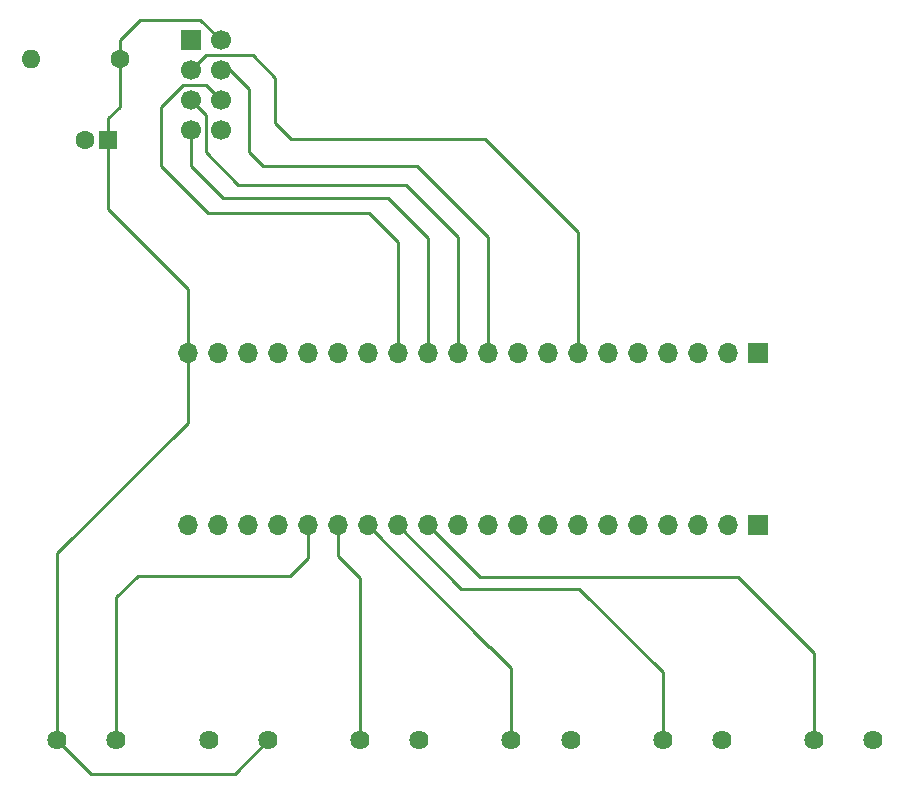
<source format=gbr>
%TF.GenerationSoftware,KiCad,Pcbnew,7.0.9*%
%TF.CreationDate,2024-01-03T00:41:17+02:00*%
%TF.ProjectId,PCB,5043422e-6b69-4636-9164-5f7063625858,rev?*%
%TF.SameCoordinates,Original*%
%TF.FileFunction,Copper,L1,Top*%
%TF.FilePolarity,Positive*%
%FSLAX46Y46*%
G04 Gerber Fmt 4.6, Leading zero omitted, Abs format (unit mm)*
G04 Created by KiCad (PCBNEW 7.0.9) date 2024-01-03 00:41:17*
%MOMM*%
%LPD*%
G01*
G04 APERTURE LIST*
%TA.AperFunction,ComponentPad*%
%ADD10C,1.625600*%
%TD*%
%TA.AperFunction,ComponentPad*%
%ADD11C,1.600000*%
%TD*%
%TA.AperFunction,ComponentPad*%
%ADD12O,1.600000X1.600000*%
%TD*%
%TA.AperFunction,ComponentPad*%
%ADD13O,1.700000X1.700000*%
%TD*%
%TA.AperFunction,ComponentPad*%
%ADD14R,1.700000X1.700000*%
%TD*%
%TA.AperFunction,ComponentPad*%
%ADD15C,1.700000*%
%TD*%
%TA.AperFunction,ComponentPad*%
%ADD16R,1.600000X1.600000*%
%TD*%
%TA.AperFunction,Conductor*%
%ADD17C,0.250000*%
%TD*%
G04 APERTURE END LIST*
D10*
%TO.P,J1,1,1*%
%TO.N,WEAPON*%
X222790000Y-143810000D03*
%TO.P,J1,2,2*%
%TO.N,GND*%
X227790000Y-143810000D03*
%TD*%
%TO.P,J4,1,1*%
%TO.N,+3.3V*%
X158730000Y-143810000D03*
%TO.P,J4,2,2*%
%TO.N,LEFT*%
X163730000Y-143810000D03*
%TD*%
D11*
%TO.P,C1,1*%
%TO.N,+3.3V*%
X163990000Y-86120000D03*
D12*
%TO.P,C1,2*%
%TO.N,GND*%
X156490000Y-86120000D03*
%TD*%
D10*
%TO.P,J5,1,1*%
%TO.N,GND*%
X171545100Y-143810000D03*
%TO.P,J5,2,2*%
%TO.N,+3.3V*%
X176545100Y-143810000D03*
%TD*%
%TO.P,J2,1,1*%
%TO.N,HAND_UP*%
X209980000Y-143810000D03*
%TO.P,J2,2,2*%
%TO.N,GND*%
X214980000Y-143810000D03*
%TD*%
D13*
%TO.P,U1,1,VBAT*%
%TO.N,unconnected-(U1-VBAT-Pad1)*%
X169790000Y-125610000D03*
%TO.P,U1,2,PC13*%
%TO.N,unconnected-(U1-PC13-Pad2)*%
X172330000Y-125610000D03*
%TO.P,U1,3,PC14*%
%TO.N,unconnected-(U1-PC14-Pad3)*%
X174870000Y-125610000D03*
%TO.P,U1,3v,3V3*%
%TO.N,+3.3V*%
X169790000Y-111035000D03*
X212970000Y-125610000D03*
%TO.P,U1,4,PC15*%
%TO.N,unconnected-(U1-PC15-Pad4)*%
X177410000Y-125610000D03*
%TO.P,U1,5v,5V*%
%TO.N,+5V*%
X174870000Y-111035000D03*
%TO.P,U1,7,NRST*%
%TO.N,unconnected-(U1-NRST-Pad7)*%
X210430000Y-125610000D03*
%TO.P,U1,10,PA0*%
%TO.N,LEFT*%
X179950000Y-125610000D03*
%TO.P,U1,11,PA1*%
%TO.N,RIGHT*%
X182490000Y-125610000D03*
%TO.P,U1,12,PA2*%
%TO.N,HAND_DOWN*%
X185030000Y-125610000D03*
%TO.P,U1,13,PA3*%
%TO.N,HAND_UP*%
X187570000Y-125610000D03*
%TO.P,U1,14,PA4*%
%TO.N,WEAPON*%
X190110000Y-125610000D03*
%TO.P,U1,15,PA5*%
%TO.N,unconnected-(U1-PA5-Pad15)*%
X192650000Y-125610000D03*
%TO.P,U1,16,PA6*%
%TO.N,unconnected-(U1-PA6-Pad16)*%
X195190000Y-125610000D03*
%TO.P,U1,17,PA7*%
%TO.N,unconnected-(U1-PA7-Pad17)*%
X197730000Y-125610000D03*
%TO.P,U1,18,PB0*%
%TO.N,unconnected-(U1-PB0-Pad18)*%
X200270000Y-125610000D03*
%TO.P,U1,19,PB1*%
%TO.N,unconnected-(U1-PB1-Pad19)*%
X202810000Y-125610000D03*
%TO.P,U1,21,PB10*%
%TO.N,unconnected-(U1-PB10-Pad21)*%
X205350000Y-125610000D03*
%TO.P,U1,22,PB11*%
%TO.N,unconnected-(U1-PB11-Pad22)*%
X207890000Y-125610000D03*
D14*
%TO.P,U1,25,PB12*%
%TO.N,unconnected-(U1-PB12-Pad25)*%
X218050000Y-111035000D03*
D13*
%TO.P,U1,26,PB13*%
%TO.N,unconnected-(U1-PB13-Pad26)*%
X215510000Y-111035000D03*
%TO.P,U1,27,PB14*%
%TO.N,unconnected-(U1-PB14-Pad27)*%
X212970000Y-111035000D03*
%TO.P,U1,28,PB15*%
%TO.N,unconnected-(U1-PB15-Pad28)*%
X210430000Y-111035000D03*
%TO.P,U1,29,PA8*%
%TO.N,unconnected-(U1-PA8-Pad29)*%
X207890000Y-111035000D03*
%TO.P,U1,30,PA9*%
%TO.N,PA9*%
X205350000Y-111035000D03*
%TO.P,U1,31,PA10*%
%TO.N,PA10*%
X202810000Y-111035000D03*
%TO.P,U1,32,PA11*%
%TO.N,unconnected-(U1-PA11-Pad32)*%
X200270000Y-111035000D03*
%TO.P,U1,33,PA12*%
%TO.N,unconnected-(U1-PA12-Pad33)*%
X197730000Y-111035000D03*
%TO.P,U1,38,PA15*%
%TO.N,PA15*%
X195190000Y-111035000D03*
%TO.P,U1,39,PB3*%
%TO.N,PB3*%
X192650000Y-111035000D03*
%TO.P,U1,40,PB4*%
%TO.N,PB4*%
X190110000Y-111035000D03*
%TO.P,U1,41,PB5*%
%TO.N,PB5*%
X187570000Y-111035000D03*
%TO.P,U1,42,PB6*%
%TO.N,unconnected-(U1-PB6-Pad42)*%
X185030000Y-111035000D03*
%TO.P,U1,43,PB7*%
%TO.N,unconnected-(U1-PB7-Pad43)*%
X182490000Y-111035000D03*
%TO.P,U1,45,PB8*%
%TO.N,unconnected-(U1-PB8-Pad45)*%
X179950000Y-111035000D03*
%TO.P,U1,46,PB9*%
%TO.N,unconnected-(U1-PB9-Pad46)*%
X177410000Y-111035000D03*
%TO.P,U1,G,GND*%
%TO.N,GND*%
X172330000Y-111035000D03*
D14*
X218050000Y-125610000D03*
D13*
X215510000Y-125610000D03*
%TD*%
D14*
%TO.P,U2,1,GND*%
%TO.N,GND*%
X170000000Y-84520000D03*
D15*
%TO.P,U2,2,VCC*%
%TO.N,+3.3V*%
X172540000Y-84520000D03*
%TO.P,U2,3,CE*%
%TO.N,PA10*%
X170000000Y-87060000D03*
%TO.P,U2,4,~{CSN}*%
%TO.N,PA15*%
X172540000Y-87060000D03*
%TO.P,U2,5,SCK*%
%TO.N,PB3*%
X170000000Y-89600000D03*
%TO.P,U2,6,MOSI*%
%TO.N,PB5*%
X172540000Y-89600000D03*
%TO.P,U2,7,MISO*%
%TO.N,PB4*%
X170000000Y-92140000D03*
%TO.P,U2,8,IRQ*%
%TO.N,PA9*%
X172540000Y-92140000D03*
%TD*%
D16*
%TO.P,C2,1*%
%TO.N,+3.3V*%
X163040000Y-93020000D03*
D11*
%TO.P,C2,2*%
%TO.N,GND*%
X161040000Y-93020000D03*
%TD*%
D10*
%TO.P,J6,1,1*%
%TO.N,RIGHT*%
X184360000Y-143810000D03*
%TO.P,J6,2,2*%
%TO.N,GND*%
X189360000Y-143810000D03*
%TD*%
%TO.P,J3,1,1*%
%TO.N,HAND_DOWN*%
X197170000Y-143810000D03*
%TO.P,J3,2,2*%
%TO.N,GND*%
X202170000Y-143810000D03*
%TD*%
D17*
%TO.N,PA10*%
X194960000Y-92930000D02*
X178520000Y-92930000D01*
X178520000Y-92930000D02*
X177160000Y-91570000D01*
X202810000Y-111035000D02*
X202810000Y-100780000D01*
X177160000Y-91570000D02*
X177160000Y-87700000D01*
X202810000Y-100780000D02*
X194960000Y-92930000D01*
X177160000Y-87700000D02*
X175250000Y-85790000D01*
X171270000Y-85790000D02*
X170000000Y-87060000D01*
X175250000Y-85790000D02*
X171270000Y-85790000D01*
%TO.N,PA15*%
X189180000Y-95150000D02*
X176130000Y-95150000D01*
X176130000Y-95150000D02*
X174950000Y-93970000D01*
X195190000Y-101160000D02*
X189180000Y-95150000D01*
X174950000Y-93970000D02*
X174950000Y-88660000D01*
X195190000Y-111035000D02*
X195190000Y-101160000D01*
X174950000Y-88660000D02*
X173350000Y-87060000D01*
X173350000Y-87060000D02*
X172540000Y-87060000D01*
%TO.N,PB5*%
X187570000Y-111035000D02*
X187570000Y-101630000D01*
X171460000Y-99160000D02*
X167510000Y-95210000D01*
X187570000Y-101630000D02*
X185100000Y-99160000D01*
X185100000Y-99160000D02*
X171460000Y-99160000D01*
X169330000Y-88340000D02*
X171280000Y-88340000D01*
X167510000Y-95210000D02*
X167510000Y-90160000D01*
X167510000Y-90160000D02*
X169330000Y-88340000D01*
X171280000Y-88340000D02*
X172540000Y-89600000D01*
%TO.N,PB3*%
X192650000Y-111035000D02*
X192650000Y-101210000D01*
X192650000Y-101210000D02*
X188200000Y-96760000D01*
X174050000Y-96760000D02*
X171270000Y-93980000D01*
X188200000Y-96760000D02*
X174050000Y-96760000D01*
X171270000Y-93980000D02*
X171270000Y-90870000D01*
X171270000Y-90870000D02*
X170000000Y-89600000D01*
%TO.N,PB4*%
X170000000Y-92140000D02*
X170000000Y-95170000D01*
X172740000Y-97910000D02*
X186720000Y-97910000D01*
X170000000Y-95170000D02*
X172740000Y-97910000D01*
X190110000Y-101300000D02*
X190110000Y-111035000D01*
X186720000Y-97910000D02*
X190110000Y-101300000D01*
%TO.N,HAND_DOWN*%
X195300000Y-135880000D02*
X195320000Y-135880000D01*
X185030000Y-125610000D02*
X195300000Y-135880000D01*
X195320000Y-135880000D02*
X197170000Y-137730000D01*
X197170000Y-137730000D02*
X197170000Y-143810000D01*
%TO.N,HAND_UP*%
X209980000Y-138040000D02*
X202910000Y-130970000D01*
X209980000Y-143810000D02*
X209980000Y-138040000D01*
X202910000Y-130970000D02*
X192930000Y-130970000D01*
X192930000Y-130970000D02*
X187570000Y-125610000D01*
%TO.N,WEAPON*%
X222790000Y-136440000D02*
X216340000Y-129990000D01*
X222790000Y-143810000D02*
X222790000Y-136440000D01*
X216340000Y-129990000D02*
X194490000Y-129990000D01*
X194490000Y-129990000D02*
X190110000Y-125610000D01*
%TO.N,RIGHT*%
X184360000Y-143810000D02*
X184360000Y-130090000D01*
X184360000Y-130090000D02*
X182490000Y-128220000D01*
X182490000Y-128220000D02*
X182490000Y-125610000D01*
%TO.N,LEFT*%
X165520000Y-129900000D02*
X163730000Y-131690000D01*
X178410000Y-129900000D02*
X165520000Y-129900000D01*
X179950000Y-125610000D02*
X179950000Y-128360000D01*
X179950000Y-128360000D02*
X178410000Y-129900000D01*
X163730000Y-131690000D02*
X163730000Y-143810000D01*
%TO.N,+3.3V*%
X158730000Y-143810000D02*
X161550000Y-146630000D01*
X161550000Y-146630000D02*
X173725100Y-146630000D01*
X173725100Y-146630000D02*
X176545100Y-143810000D01*
X169790000Y-111035000D02*
X169790000Y-116910000D01*
X169790000Y-116910000D02*
X158730000Y-127970000D01*
X158730000Y-127970000D02*
X158730000Y-143810000D01*
X163040000Y-93020000D02*
X163040000Y-98840000D01*
X163040000Y-98840000D02*
X169790000Y-105590000D01*
X169790000Y-105590000D02*
X169790000Y-111035000D01*
X163990000Y-90160000D02*
X163990000Y-86120000D01*
X163040000Y-93020000D02*
X163040000Y-91110000D01*
X163990000Y-86120000D02*
X163990000Y-84500000D01*
X163990000Y-84500000D02*
X165680000Y-82810000D01*
X163040000Y-91110000D02*
X163990000Y-90160000D01*
X170830000Y-82810000D02*
X172540000Y-84520000D01*
X165680000Y-82810000D02*
X170830000Y-82810000D01*
%TD*%
M02*

</source>
